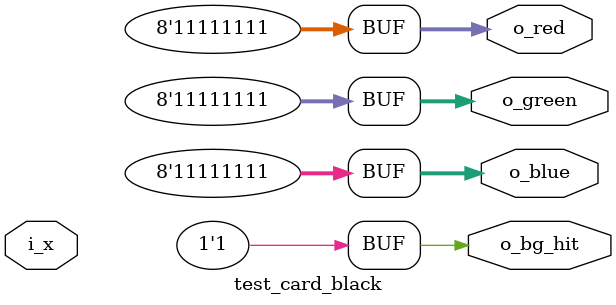
<source format=v>
`timescale 1ns / 1ps


module test_card_black(
    input wire signed [15:0] i_x,
    output wire [7:0] o_red,
    output wire [7:0] o_green,
    output wire [7:0] o_blue,
    output wire o_bg_hit
    );
    assign o_red    = 8'hFF;
    assign o_green  = 8'hFF;
    assign o_blue   = 8'hFF;
    assign o_bg_hit = 1;  
    
endmodule

</source>
